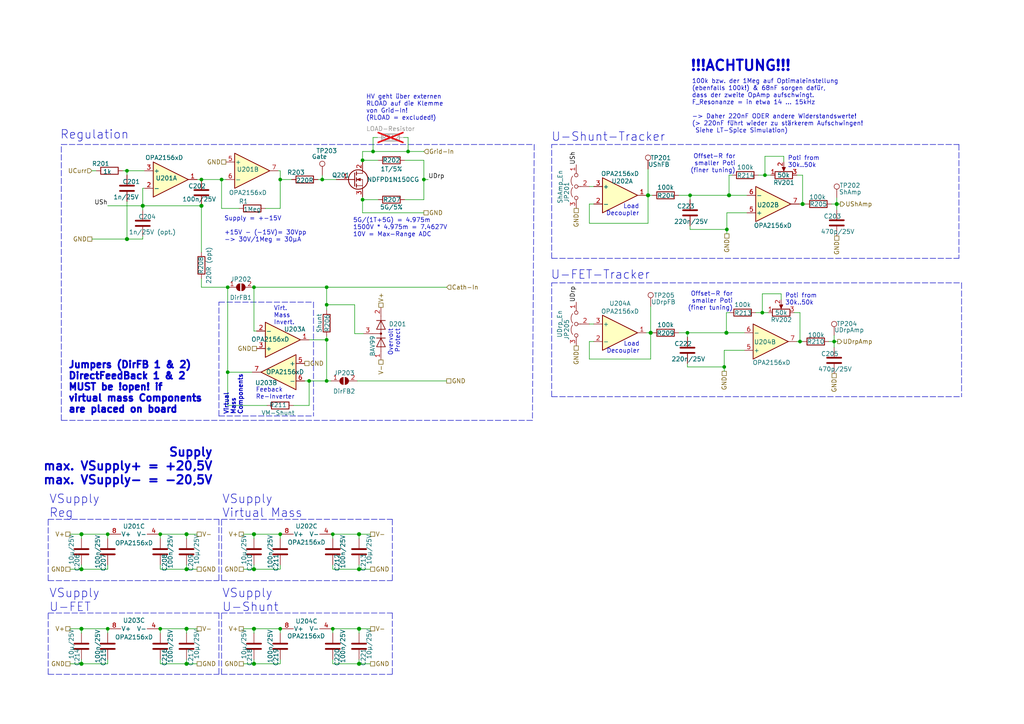
<source format=kicad_sch>
(kicad_sch (version 20230121) (generator eeschema)
  (paper "A4")
  (lib_symbols
    (symbol "Amplifier_Operational:OPA2156xD" (pin_names (offset 0.127))
      (property "Reference" "U" (at 2.54 6.35 0))
      (property "Value" "OPA2156xD" (at 2.54 3.81 0))
      (symbol "OPA2156xD_1_1"
        (polyline (pts (xy 5.08 0) (xy -5.08 5.08) (xy -5.08 -5.08) (xy 5.08 0)) (stroke (width 0.254)) (fill (type background)))
        (pin output line (at 7.62 0 180) (length 2.54) (name "~") (number "1"))
        (pin input line (at -7.62 -2.54 0) (length 2.54) (name "-") (number "2"))
        (pin input line (at -7.62 2.54 0) (length 2.54) (name "+") (number "3"))
      )
      (symbol "OPA2156xD_2_1"
        (polyline (pts (xy 5.08 0) (xy -5.08 5.08) (xy -5.08 -5.08) (xy 5.08 0)) (stroke (width 0.254)) (fill (type background)))
        (pin input line (at -7.62 2.54 0) (length 2.54) (name "+") (number "5"))
        (pin input line (at -7.62 -2.54 0) (length 2.54) (name "-") (number "6"))
        (pin output line (at 7.62 0 180) (length 2.54) (name "~") (number "7"))
      )
      (symbol "OPA2156xD_3_1"
        (pin power_in line (at 0 -7.62 90) (length 3.81) (name "V-") (number "4"))
        (pin power_in line (at 0 7.62 270) (length 3.81) (name "V+") (number "8"))
      )
    )
    (symbol "Connector:TestPoint" (pin_numbers hide) (pin_names (offset 0.762) hide)
      (property "Reference" "TP" (at 0 6.858 0))
      (property "Value" "TestPoint" (at 0 5.08 0))
      (symbol "TestPoint_0_1"
        (circle (center 0 3.302) (radius 0.762))
      )
      (symbol "TestPoint_1_1"
        (pin passive line (at 0 0 90) (length 2.54) (name "1") (number "1"))
      )
    )
    (symbol "Device:C" (pin_numbers hide) (pin_names (offset 0.254))
      (property "Reference" "C" (at 0.635 2.54 0))
      (property "Value" "C" (at 0.635 -2.54 0))
      (symbol "C_0_1"
        (polyline (pts (xy -2.032 -0.762) (xy 2.032 -0.762)) (stroke (width 0.508)))
        (polyline (pts (xy -2.032 0.762) (xy 2.032 0.762)) (stroke (width 0.508)))
      )
      (symbol "C_1_1"
        (pin passive line (at 0 3.81 270) (length 2.794) (name "~") (number "1"))
        (pin passive line (at 0 -3.81 90) (length 2.794) (name "~") (number "2"))
      )
    )
    (symbol "Device:R" (pin_numbers hide) (pin_names (offset 0))
      (property "Reference" "R" (at 2.032 0 90))
      (property "Value" "R" (at 0 0 90))
      (symbol "R_0_1"
        (rectangle (start -1.016 -2.54) (end 1.016 2.54) (stroke (width 0.254)))
      )
      (symbol "R_1_1"
        (pin passive line (at 0 3.81 270) (length 1.27) (name "~") (number "1"))
        (pin passive line (at 0 -3.81 90) (length 1.27) (name "~") (number "2"))
      )
    )
    (symbol "Device:R_Potentiometer" (pin_names (offset 1.016) hide)
      (property "Reference" "RV" (at -4.445 0 90))
      (property "Value" "R_Potentiometer" (at -2.54 0 90))
      (symbol "R_Potentiometer_0_1"
        (polyline (pts (xy 2.54 0) (xy 1.524 0)))
        (polyline (pts (xy 1.143 0) (xy 2.286 0.508) (xy 2.286 -0.508) (xy 1.143 0)) (fill (type outline)))
        (rectangle (start 1.016 2.54) (end -1.016 -2.54) (stroke (width 0.254)))
      )
      (symbol "R_Potentiometer_1_1"
        (pin passive line (at 0 3.81 270) (length 1.27) (name "1") (number "1"))
        (pin passive line (at 3.81 0 180) (length 1.27) (name "2") (number "2"))
        (pin passive line (at 0 -3.81 90) (length 1.27) (name "3") (number "3"))
      )
    )
    (symbol "Diode:BAV99" (pin_names hide)
      (property "Reference" "D" (at 0 5.08 0))
      (property "Value" "BAV99" (at 0 2.54 0))
      (symbol "BAV99_0_1"
        (polyline (pts (xy -5.08 0) (xy 5.08 0)))
      )
      (symbol "BAV99_1_1"
        (polyline (pts (xy 0 0) (xy 0 -2.54)))
        (polyline (pts (xy -1.27 -1.27) (xy -1.27 1.27) (xy -1.27 1.27)) (stroke (width 0.2032)))
        (polyline (pts (xy 3.81 1.27) (xy 3.81 -1.27) (xy 3.81 -1.27)) (stroke (width 0.2032)))
        (polyline (pts (xy -3.81 1.27) (xy -1.27 0) (xy -3.81 -1.27) (xy -3.81 1.27) (xy -3.81 1.27) (xy -3.81 1.27)) (stroke (width 0.2032)))
        (polyline (pts (xy 1.27 1.27) (xy 3.81 0) (xy 1.27 -1.27) (xy 1.27 1.27) (xy 1.27 1.27) (xy 1.27 1.27)) (stroke (width 0.2032)))
        (circle (center 0 0) (radius 0.254) (fill (type outline)))
        (pin passive line (at -7.62 0 0) (length 2.54) (name "K") (number "1"))
        (pin passive line (at 7.62 0 180) (length 2.54) (name "A") (number "2"))
        (pin passive line (at 0 -5.08 90) (length 2.54) (name "K") (number "3"))
      )
    )
    (symbol "Jumper:Jumper_3_Open" (pin_names (offset 0) hide)
      (property "Reference" "JP" (at -2.54 -2.54 0))
      (property "Value" "Jumper_3_Open" (at 0 2.794 0))
      (symbol "Jumper_3_Open_0_0"
        (circle (center -3.302 0) (radius 0.508))
        (circle (center 0 0) (radius 0.508))
        (circle (center 3.302 0) (radius 0.508))
      )
      (symbol "Jumper_3_Open_0_1"
        (arc (start -0.254 1.016) (mid -1.651 1.4992) (end -3.048 1.016))
        (polyline (pts (xy 0 -0.508) (xy 0 -1.27)))
        (arc (start 3.048 1.016) (mid 1.651 1.4992) (end 0.254 1.016))
      )
      (symbol "Jumper_3_Open_1_1"
        (pin passive line (at -6.35 0 0) (length 2.54) (name "A") (number "1"))
        (pin input line (at 0 -3.81 90) (length 2.54) (name "C") (number "2"))
        (pin passive line (at 6.35 0 180) (length 2.54) (name "B") (number "3"))
      )
    )
    (symbol "Jumper:SolderJumper_2_Open" (pin_names (offset 0) hide)
      (property "Reference" "JP" (at 0 2.032 0))
      (property "Value" "SolderJumper_2_Open" (at 0 -2.54 0))
      (symbol "SolderJumper_2_Open_0_1"
        (arc (start -0.254 1.016) (mid -1.2656 0) (end -0.254 -1.016))
        (arc (start -0.254 1.016) (mid -1.2656 0) (end -0.254 -1.016) (fill (type outline)))
        (polyline (pts (xy -0.254 1.016) (xy -0.254 -1.016)))
        (polyline (pts (xy 0.254 1.016) (xy 0.254 -1.016)))
        (arc (start 0.254 -1.016) (mid 1.2656 0) (end 0.254 1.016))
        (arc (start 0.254 -1.016) (mid 1.2656 0) (end 0.254 1.016) (fill (type outline)))
      )
      (symbol "SolderJumper_2_Open_1_1"
        (pin passive line (at -3.81 0 0) (length 2.54) (name "A") (number "1"))
        (pin passive line (at 3.81 0 180) (length 2.54) (name "B") (number "2"))
      )
    )
    (symbol "tinkerforge:MOSFET_N_CH" (pin_names (offset 0) hide)
      (property "Reference" "Q" (at 7.62 1.27 0))
      (property "Value" "MOSFET_N_CH" (at 17.78 -1.27 0))
      (symbol "MOSFET_N_CH_0_1"
        (polyline (pts (xy 0.762 -1.778) (xy 2.54 -1.778)))
        (polyline (pts (xy 0.762 -1.27) (xy 0.762 -2.286)) (stroke (width 0.254)))
        (polyline (pts (xy 0.762 0) (xy 2.54 0)))
        (polyline (pts (xy 0.762 0.508) (xy 0.762 -0.508)) (stroke (width 0.254)))
        (polyline (pts (xy 0.762 1.778) (xy 2.54 1.778)))
        (polyline (pts (xy 0.762 2.286) (xy 0.762 1.27)) (stroke (width 0.254)))
        (polyline (pts (xy 2.54 -1.778) (xy 2.54 -2.54)))
        (polyline (pts (xy 2.54 -1.778) (xy 2.54 0)))
        (polyline (pts (xy 2.54 2.54) (xy 2.54 1.778)))
        (polyline (pts (xy 0.254 1.905) (xy 0.254 -1.905) (xy 0.254 -1.905)) (stroke (width 0.254)))
        (polyline (pts (xy 0.889 0) (xy 1.905 0.381) (xy 1.905 -0.381) (xy 0.889 0)) (fill (type outline)))
        (circle (center 1.27 0) (radius 2.8194) (stroke (width 0.254)))
      )
      (symbol "MOSFET_N_CH_1_1"
        (pin input line (at -5.08 0 0) (length 5.334) (name "G") (number "1"))
        (pin passive line (at 2.54 5.08 270) (length 2.54) (name "D") (number "2"))
        (pin passive line (at 2.54 -5.08 90) (length 2.54) (name "S") (number "3"))
      )
    )
  )
  (junction (at 105.156 57.912))
  (junction (at 89.662 110.49))
  (junction (at 241.935 99.06))
  (junction (at 31.242 182.372))
  (junction (at 104.14 154.94) (diameter 1.016))
  (junction (at 31.242 154.94))
  (junction (at 210.82 66.548))
  (junction (at 104.14 165.1) (diameter 1.016))
  (junction (at 96.52 154.94))
  (junction (at 54.102 192.532) (diameter 1.016))
  (junction (at 94.742 110.49))
  (junction (at 188.722 96.52) (diameter 1.016))
  (junction (at 58.42 52.07))
  (junction (at 118.364 43.942))
  (junction (at 96.52 182.372))
  (junction (at 210.693 96.52) (diameter 1.016))
  (junction (at 23.622 192.532) (diameter 1.016))
  (junction (at 104.14 192.532) (diameter 1.016))
  (junction (at 242.697 59.182) (diameter 1.016))
  (junction (at 46.482 154.94))
  (junction (at 54.102 165.1) (diameter 1.016))
  (junction (at 66.04 107.95))
  (junction (at 66.04 83.312))
  (junction (at 64.262 52.07))
  (junction (at 199.39 96.52))
  (junction (at 105.156 46.482))
  (junction (at 73.66 83.312))
  (junction (at 221.107 90.678))
  (junction (at 210.058 106.426))
  (junction (at 81.28 52.07))
  (junction (at 122.936 52.07))
  (junction (at 23.622 165.1) (diameter 1.016))
  (junction (at 187.96 56.642) (diameter 1.016))
  (junction (at 54.102 154.94) (diameter 1.016))
  (junction (at 46.482 182.372))
  (junction (at 81.28 154.94))
  (junction (at 23.622 182.372) (diameter 1.016))
  (junction (at 73.66 192.532) (diameter 1.016))
  (junction (at 94.742 83.312))
  (junction (at 200.152 56.642))
  (junction (at 81.28 182.372))
  (junction (at 73.66 182.372) (diameter 1.016))
  (junction (at 232.029 99.06))
  (junction (at 211.455 56.642) (diameter 1.016))
  (junction (at 23.622 154.94) (diameter 1.016))
  (junction (at 73.66 154.94) (diameter 1.016))
  (junction (at 108.204 43.942))
  (junction (at 94.742 98.552))
  (junction (at 94.742 88.392))
  (junction (at 104.14 182.372) (diameter 1.016))
  (junction (at 93.472 52.07))
  (junction (at 54.102 182.372) (diameter 1.016))
  (junction (at 232.791 59.182) (diameter 1.016))
  (junction (at 36.83 69.342) (diameter 1.016))
  (junction (at 36.83 49.53))
  (junction (at 58.42 59.69) (diameter 1.016))
  (junction (at 73.66 165.1) (diameter 1.016))
  (junction (at 221.869 50.8))
  (junction (at 41.402 59.69) (diameter 1.016))
  (wire (pts (xy 41.402 69.342) (xy 36.83 69.342)))
  (wire (pts (xy 122.936 52.07) (xy 122.936 46.482)))
  (wire (pts (xy 36.83 69.342) (xy 26.67 69.342)))
  (wire (pts (xy 232.029 99.06) (xy 232.791 99.06)))
  (polyline (pts (xy 63.5 120.65) (xy 90.932 120.65)) (stroke (width 0) (type dash)))
  (wire (pts (xy 105.41 96.774) (xy 102.87 96.774)))
  (wire (pts (xy 89.662 110.49) (xy 94.742 110.49)))
  (wire (pts (xy 200.152 66.548) (xy 200.152 65.532)))
  (polyline (pts (xy 13.97 177.8) (xy 63.5 177.8)) (stroke (width 0) (type dash)))
  (wire (pts (xy 104.14 156.21) (xy 104.14 154.94)))
  (wire (pts (xy 36.83 49.53) (xy 36.83 50.8)))
  (wire (pts (xy 54.102 182.372) (xy 46.482 182.372)))
  (polyline (pts (xy 63.5 150.622) (xy 63.5 168.402)) (stroke (width 0) (type dash)))
  (wire (pts (xy 211.455 50.8) (xy 212.344 50.8)))
  (wire (pts (xy 172.212 99.06) (xy 170.942 99.06)))
  (wire (pts (xy 210.693 90.678) (xy 210.693 96.52)))
  (wire (pts (xy 232.791 59.182) (xy 231.902 59.182)))
  (wire (pts (xy 104.14 191.262) (xy 104.14 192.532)))
  (wire (pts (xy 54.102 192.532) (xy 46.482 192.532)))
  (wire (pts (xy 41.402 60.96) (xy 41.402 59.69)))
  (wire (pts (xy 221.107 90.678) (xy 222.758 90.678)))
  (wire (pts (xy 172.212 93.98) (xy 170.942 93.98)))
  (wire (pts (xy 105.156 57.912) (xy 109.728 57.912)))
  (polyline (pts (xy 13.97 168.402) (xy 13.97 150.622)) (stroke (width 0) (type dash)))
  (wire (pts (xy 93.472 52.07) (xy 97.536 52.07)))
  (wire (pts (xy 187.452 96.52) (xy 188.722 96.52)))
  (wire (pts (xy 94.742 98.552) (xy 94.742 110.49)))
  (wire (pts (xy 105.156 57.912) (xy 105.156 57.15)))
  (wire (pts (xy 210.058 106.426) (xy 210.058 101.6)))
  (wire (pts (xy 80.772 49.53) (xy 81.28 49.53)))
  (wire (pts (xy 73.66 192.532) (xy 81.28 192.532)))
  (wire (pts (xy 54.102 191.262) (xy 54.102 192.532)))
  (wire (pts (xy 41.402 59.69) (xy 41.402 54.61)))
  (wire (pts (xy 94.742 110.49) (xy 96.012 110.49)))
  (wire (pts (xy 108.204 43.942) (xy 108.204 39.878)))
  (polyline (pts (xy 90.932 87.63) (xy 90.932 120.65)) (stroke (width 0) (type dash)))
  (polyline (pts (xy 63.5 120.65) (xy 63.5 87.63)) (stroke (width 0) (type dash)))
  (wire (pts (xy 94.742 97.536) (xy 94.742 98.552)))
  (wire (pts (xy 57.15 165.1) (xy 54.102 165.1)))
  (polyline (pts (xy 64.262 168.402) (xy 113.792 168.402)) (stroke (width 0) (type dash)))
  (wire (pts (xy 226.568 86.868) (xy 226.568 85.217)))
  (polyline (pts (xy 63.5 87.63) (xy 90.932 87.63)) (stroke (width 0) (type dash)))
  (wire (pts (xy 81.28 52.07) (xy 81.28 49.53)))
  (wire (pts (xy 211.455 56.642) (xy 216.662 56.642)))
  (wire (pts (xy 20.32 165.1) (xy 23.622 165.1)))
  (wire (pts (xy 73.66 183.642) (xy 73.66 182.372)))
  (wire (pts (xy 221.869 45.339) (xy 221.869 50.8)))
  (wire (pts (xy 89.662 98.552) (xy 94.742 98.552)))
  (wire (pts (xy 73.66 191.262) (xy 73.66 192.532)))
  (wire (pts (xy 73.66 165.1) (xy 81.28 165.1)))
  (wire (pts (xy 104.14 165.1) (xy 96.52 165.1)))
  (wire (pts (xy 117.348 57.912) (xy 122.936 57.912)))
  (polyline (pts (xy 113.792 177.8) (xy 113.792 195.58)) (stroke (width 0) (type dash)))
  (wire (pts (xy 210.058 107.696) (xy 210.058 106.426)))
  (wire (pts (xy 241.935 99.06) (xy 242.951 99.06)))
  (wire (pts (xy 54.102 156.21) (xy 54.102 154.94)))
  (wire (pts (xy 31.242 59.69) (xy 41.402 59.69)))
  (wire (pts (xy 73.66 83.312) (xy 94.742 83.312)))
  (wire (pts (xy 81.28 60.452) (xy 81.28 52.07)))
  (wire (pts (xy 210.82 61.722) (xy 216.662 61.722)))
  (wire (pts (xy 88.392 110.49) (xy 89.662 110.49)))
  (wire (pts (xy 231.14 99.06) (xy 232.029 99.06)))
  (polyline (pts (xy 17.78 121.92) (xy 17.78 41.91)) (stroke (width 0) (type dash)))
  (wire (pts (xy 187.96 56.642) (xy 189.23 56.642)))
  (wire (pts (xy 102.87 88.392) (xy 94.742 88.392)))
  (polyline (pts (xy 113.792 150.622) (xy 113.792 168.402)) (stroke (width 0) (type dash)))
  (wire (pts (xy 210.058 106.426) (xy 199.39 106.426)))
  (polyline (pts (xy 160.02 115.062) (xy 160.02 82.042)) (stroke (width 0) (type dash)))
  (wire (pts (xy 104.14 182.372) (xy 96.52 182.372)))
  (wire (pts (xy 66.04 117.602) (xy 77.47 117.602)))
  (wire (pts (xy 66.04 83.312) (xy 66.04 107.95)))
  (wire (pts (xy 81.28 52.07) (xy 84.582 52.07)))
  (polyline (pts (xy 64.262 195.58) (xy 64.262 177.8)) (stroke (width 0) (type dash)))
  (wire (pts (xy 23.622 192.532) (xy 31.242 192.532)))
  (wire (pts (xy 221.869 50.8) (xy 223.52 50.8)))
  (wire (pts (xy 232.791 59.182) (xy 233.553 59.182)))
  (wire (pts (xy 230.378 90.678) (xy 232.029 90.678)))
  (wire (pts (xy 41.402 68.58) (xy 41.402 69.342)))
  (wire (pts (xy 31.242 165.1) (xy 31.242 163.83)))
  (wire (pts (xy 58.42 83.312) (xy 66.04 83.312)))
  (wire (pts (xy 105.156 57.912) (xy 105.156 61.722)))
  (wire (pts (xy 104.14 163.83) (xy 104.14 165.1)))
  (wire (pts (xy 226.568 85.217) (xy 221.107 85.217)))
  (wire (pts (xy 211.455 50.8) (xy 211.455 56.642)))
  (wire (pts (xy 70.612 192.532) (xy 73.66 192.532)))
  (wire (pts (xy 196.85 96.52) (xy 199.39 96.52)))
  (wire (pts (xy 227.33 45.339) (xy 221.869 45.339)))
  (wire (pts (xy 210.82 66.548) (xy 210.82 61.722)))
  (wire (pts (xy 41.402 59.69) (xy 58.42 59.69)))
  (wire (pts (xy 242.697 59.182) (xy 242.697 60.833)))
  (wire (pts (xy 70.612 154.94) (xy 73.66 154.94)))
  (wire (pts (xy 94.742 83.312) (xy 129.54 83.312)))
  (polyline (pts (xy 64.262 177.8) (xy 113.792 177.8)) (stroke (width 0) (type dash)))
  (wire (pts (xy 221.107 85.217) (xy 221.107 90.678)))
  (wire (pts (xy 196.85 56.642) (xy 200.152 56.642)))
  (wire (pts (xy 172.212 54.102) (xy 170.942 54.102)))
  (wire (pts (xy 107.442 192.532) (xy 104.14 192.532)))
  (wire (pts (xy 23.622 165.1) (xy 31.242 165.1)))
  (wire (pts (xy 102.87 96.774) (xy 102.87 88.392)))
  (wire (pts (xy 89.662 117.602) (xy 89.662 110.49)))
  (wire (pts (xy 242.697 59.182) (xy 243.713 59.182)))
  (polyline (pts (xy 17.78 41.91) (xy 154.94 41.91)) (stroke (width 0) (type dash)))
  (polyline (pts (xy 13.97 195.58) (xy 13.97 177.8)) (stroke (width 0) (type dash)))
  (wire (pts (xy 93.472 50.8) (xy 93.472 52.07)))
  (wire (pts (xy 219.202 90.678) (xy 221.107 90.678)))
  (wire (pts (xy 66.04 107.95) (xy 66.04 117.602)))
  (wire (pts (xy 170.942 99.06) (xy 170.942 104.14)))
  (polyline (pts (xy 154.94 41.91) (xy 154.432 121.92)) (stroke (width 0) (type dash)))
  (polyline (pts (xy 13.97 150.622) (xy 63.5 150.622)) (stroke (width 0) (type dash)))
  (wire (pts (xy 64.262 52.07) (xy 65.532 52.07)))
  (wire (pts (xy 210.693 96.52) (xy 215.9 96.52)))
  (wire (pts (xy 73.66 83.312) (xy 73.66 96.012)))
  (wire (pts (xy 210.058 101.6) (xy 215.9 101.6)))
  (wire (pts (xy 46.482 192.532) (xy 46.482 191.262)))
  (wire (pts (xy 105.156 46.482) (xy 105.156 46.99)))
  (wire (pts (xy 23.622 156.21) (xy 23.622 154.94)))
  (wire (pts (xy 36.83 49.53) (xy 41.91 49.53)))
  (polyline (pts (xy 160.02 41.91) (xy 278.13 41.91)) (stroke (width 0) (type dash)))
  (wire (pts (xy 54.102 163.83) (xy 54.102 165.1)))
  (wire (pts (xy 31.242 183.642) (xy 31.242 182.372)))
  (wire (pts (xy 199.39 105.41) (xy 199.39 106.426)))
  (wire (pts (xy 108.204 39.878) (xy 109.474 39.878)))
  (polyline (pts (xy 64.262 195.58) (xy 113.792 195.58)) (stroke (width 0) (type dash)))
  (polyline (pts (xy 278.13 41.91) (xy 278.13 74.93)) (stroke (width 0) (type dash)))
  (wire (pts (xy 81.28 192.532) (xy 81.28 191.262)))
  (wire (pts (xy 227.33 46.99) (xy 227.33 45.339)))
  (wire (pts (xy 232.791 50.8) (xy 232.791 59.182)))
  (wire (pts (xy 210.82 67.818) (xy 210.82 66.548)))
  (wire (pts (xy 232.029 90.678) (xy 232.029 99.06)))
  (wire (pts (xy 66.04 107.95) (xy 73.152 107.95)))
  (wire (pts (xy 107.442 154.94) (xy 104.14 154.94)))
  (wire (pts (xy 200.152 56.642) (xy 200.152 57.912)))
  (wire (pts (xy 23.622 191.262) (xy 23.622 192.532)))
  (wire (pts (xy 188.722 104.14) (xy 188.722 96.52)))
  (wire (pts (xy 188.722 88.9) (xy 188.722 96.52)))
  (wire (pts (xy 241.935 99.06) (xy 241.935 100.711)))
  (wire (pts (xy 26.67 49.53) (xy 27.94 49.53)))
  (wire (pts (xy 105.156 46.482) (xy 105.156 43.942)))
  (wire (pts (xy 31.242 192.532) (xy 31.242 191.262)))
  (wire (pts (xy 108.204 43.942) (xy 118.364 43.942)))
  (polyline (pts (xy 154.432 121.92) (xy 17.78 121.92)) (stroke (width 0) (type dash)))
  (wire (pts (xy 70.612 182.372) (xy 73.66 182.372)))
  (wire (pts (xy 118.364 39.878) (xy 118.364 43.942)))
  (wire (pts (xy 73.66 154.94) (xy 81.28 154.94)))
  (wire (pts (xy 64.262 52.07) (xy 64.262 60.452)))
  (wire (pts (xy 85.09 117.602) (xy 89.662 117.602)))
  (wire (pts (xy 73.66 156.21) (xy 73.66 154.94)))
  (wire (pts (xy 57.15 182.372) (xy 54.102 182.372)))
  (wire (pts (xy 122.936 46.482) (xy 117.348 46.482)))
  (wire (pts (xy 73.66 163.83) (xy 73.66 165.1)))
  (polyline (pts (xy 160.02 115.062) (xy 278.892 115.062)) (stroke (width 0) (type dash)))
  (wire (pts (xy 94.742 88.392) (xy 94.742 89.916)))
  (wire (pts (xy 187.96 49.022) (xy 187.96 56.642)))
  (wire (pts (xy 170.942 104.14) (xy 188.722 104.14)))
  (wire (pts (xy 54.102 183.642) (xy 54.102 182.372)))
  (wire (pts (xy 241.173 59.182) (xy 242.697 59.182)))
  (polyline (pts (xy 160.02 82.042) (xy 278.892 82.042)) (stroke (width 0) (type dash)))
  (wire (pts (xy 104.14 154.94) (xy 96.52 154.94)))
  (wire (pts (xy 23.622 183.642) (xy 23.622 182.372)))
  (wire (pts (xy 23.622 154.94) (xy 31.242 154.94)))
  (wire (pts (xy 81.28 165.1) (xy 81.28 163.83)))
  (polyline (pts (xy 160.02 74.93) (xy 160.02 41.91)) (stroke (width 0) (type dash)))
  (wire (pts (xy 219.964 50.8) (xy 221.869 50.8)))
  (wire (pts (xy 20.32 182.372) (xy 23.622 182.372)))
  (wire (pts (xy 81.28 183.642) (xy 81.28 182.372)))
  (wire (pts (xy 64.262 60.452) (xy 69.342 60.452)))
  (wire (pts (xy 23.622 163.83) (xy 23.622 165.1)))
  (wire (pts (xy 31.242 156.21) (xy 31.242 154.94)))
  (polyline (pts (xy 64.262 168.402) (xy 64.262 150.622)) (stroke (width 0) (type dash)))
  (wire (pts (xy 74.422 96.012) (xy 73.66 96.012)))
  (wire (pts (xy 105.156 46.482) (xy 109.728 46.482)))
  (wire (pts (xy 23.622 182.372) (xy 31.242 182.372)))
  (wire (pts (xy 46.482 183.642) (xy 46.482 182.372)))
  (wire (pts (xy 199.39 96.52) (xy 199.39 97.79)))
  (wire (pts (xy 54.102 154.94) (xy 46.482 154.94)))
  (wire (pts (xy 81.28 156.21) (xy 81.28 154.94)))
  (wire (pts (xy 73.66 182.372) (xy 81.28 182.372)))
  (wire (pts (xy 105.156 61.722) (xy 122.936 61.722)))
  (polyline (pts (xy 63.5 177.8) (xy 63.5 195.58)) (stroke (width 0) (type dash)))
  (wire (pts (xy 104.14 183.642) (xy 104.14 182.372)))
  (wire (pts (xy 96.52 156.21) (xy 96.52 154.94)))
  (wire (pts (xy 76.962 60.452) (xy 81.28 60.452)))
  (wire (pts (xy 187.452 56.642) (xy 187.96 56.642)))
  (wire (pts (xy 210.82 66.548) (xy 200.152 66.548)))
  (wire (pts (xy 170.942 64.77) (xy 187.96 64.77)))
  (polyline (pts (xy 160.02 74.93) (xy 278.13 74.93)) (stroke (width 0) (type dash)))
  (wire (pts (xy 46.482 165.1) (xy 46.482 163.83)))
  (wire (pts (xy 96.52 192.532) (xy 96.52 191.262)))
  (wire (pts (xy 58.42 73.152) (xy 58.42 59.69)))
  (wire (pts (xy 58.42 80.772) (xy 58.42 83.312)))
  (wire (pts (xy 210.693 90.678) (xy 211.582 90.678)))
  (wire (pts (xy 46.482 156.21) (xy 46.482 154.94)))
  (polyline (pts (xy 13.97 195.58) (xy 63.5 195.58)) (stroke (width 0) (type dash)))
  (wire (pts (xy 57.15 192.532) (xy 54.102 192.532)))
  (wire (pts (xy 122.936 52.07) (xy 122.936 57.912)))
  (wire (pts (xy 94.742 83.312) (xy 94.742 88.392)))
  (wire (pts (xy 117.094 39.878) (xy 118.364 39.878)))
  (wire (pts (xy 41.402 54.61) (xy 41.91 54.61)))
  (wire (pts (xy 57.15 52.07) (xy 58.42 52.07)))
  (wire (pts (xy 231.14 50.8) (xy 232.791 50.8)))
  (wire (pts (xy 172.212 59.182) (xy 170.942 59.182)))
  (wire (pts (xy 107.442 165.1) (xy 104.14 165.1)))
  (wire (pts (xy 199.39 96.52) (xy 210.693 96.52)))
  (wire (pts (xy 188.722 96.52) (xy 189.23 96.52)))
  (wire (pts (xy 20.32 154.94) (xy 23.622 154.94)))
  (wire (pts (xy 242.697 57.404) (xy 242.697 59.182)))
  (wire (pts (xy 105.156 43.942) (xy 108.204 43.942)))
  (wire (pts (xy 35.56 49.53) (xy 36.83 49.53)))
  (polyline (pts (xy 278.892 82.042) (xy 278.892 115.062)) (stroke (width 0) (type dash)))
  (wire (pts (xy 187.96 64.77) (xy 187.96 56.642)))
  (wire (pts (xy 107.442 182.372) (xy 104.14 182.372)))
  (wire (pts (xy 124.206 52.07) (xy 122.936 52.07)))
  (polyline (pts (xy 13.97 168.402) (xy 63.5 168.402)) (stroke (width 0) (type dash)))
  (wire (pts (xy 96.52 183.642) (xy 96.52 182.372)))
  (wire (pts (xy 118.364 43.942) (xy 122.936 43.942)))
  (wire (pts (xy 170.942 59.182) (xy 170.942 64.77)))
  (wire (pts (xy 54.102 165.1) (xy 46.482 165.1)))
  (wire (pts (xy 70.612 165.1) (xy 73.66 165.1)))
  (wire (pts (xy 241.935 97.282) (xy 241.935 99.06)))
  (wire (pts (xy 103.632 110.49) (xy 129.54 110.49)))
  (wire (pts (xy 20.32 192.532) (xy 23.622 192.532)))
  (wire (pts (xy 58.42 52.07) (xy 64.262 52.07)))
  (wire (pts (xy 96.52 165.1) (xy 96.52 163.83)))
  (wire (pts (xy 200.152 56.642) (xy 211.455 56.642)))
  (polyline (pts (xy 64.262 150.622) (xy 113.792 150.622)) (stroke (width 0) (type dash)))
  (wire (pts (xy 36.83 58.42) (xy 36.83 69.342)))
  (wire (pts (xy 57.15 154.94) (xy 54.102 154.94)))
  (wire (pts (xy 92.202 52.07) (xy 93.472 52.07)))
  (wire (pts (xy 240.411 99.06) (xy 241.935 99.06)))
  (wire (pts (xy 104.14 192.532) (xy 96.52 192.532)))
  (text "Feeback\nRe-Inverter" (at 74.168 115.951 0) (effects (font (size 1.27 1.27)) (justify left bottom)))
  (text "Load\nDecoupler" (at 185.547 102.616 0) (effects (font (size 1.27 1.27)) (justify right bottom)))
  (text "Virtual\nMass\nComponents" (at 70.485 120.396 90) (effects (font (size 1.27 1.27) (thickness 0.254) bold) (justify left bottom)))
  (text "Offset-R for\nsmaller Poti\n(finer tuning)" (at 213.36 50.292 0) (effects (font (size 1.27 1.27)) (justify right bottom)))
  (text "Offset-R for\nsmaller Poti\n(finer tuning)" (at 212.598 90.17 0) (effects (font (size 1.27 1.27)) (justify right bottom)))
  (text "HV geht über externen\nRLOAD auf die Klemme\nvon Grid-In!\n(RLOAD = excluded!)" (at 106.172 35.052 0) (effects (font (size 1.27 1.27)) (justify left bottom)))
  (text "VSupply\nU-Shunt" (at 64.389 177.673 0) (effects (font (size 2.5 2.5)) (justify left bottom)))
  (text "VSupply\nVirtual Mass" (at 64.389 150.368 0) (effects (font (size 2.5 2.5)) (justify left bottom)))
  (text "U-Shunt-Tracker" (at 193.04 41.275 0) (effects (font (size 2.5 2.5)) (justify right bottom)))
  (text "Load\nDecoupler" (at 185.42 62.738 0) (effects (font (size 1.27 1.27)) (justify right bottom)))
  (text "VSupply\nU-FET" (at 14.224 177.673 0) (effects (font (size 2.5 2.5)) (justify left bottom)))
  (text "Overvolt\nProtect" (at 116.078 95.377 90) (effects (font (size 1.27 1.27)) (justify right bottom)))
  (text "Poti from\n30k..50k" (at 227.711 88.646 0) (effects (font (size 1.27 1.27)) (justify left bottom)))
  (text "Supply = +-15V\n\n+15V - (-15V)= 30Vpp\n-> 30V/1Meg = 30µA\n" (at 65.024 70.358 0) (effects (font (size 1.27 1.27)) (justify left bottom)))
  (text "5G/(1T+5G) = 4.975m\n1500V * 4.975m = 7.4627V\n10V = Max-Range ADC" (at 102.362 68.834 0) (effects (font (size 1.27 1.27)) (justify left bottom)))
  (text "VSupply\nReg" (at 14.224 150.368 0) (effects (font (size 2.5 2.5)) (justify left bottom)))
  (text "Supply\nmax. VSupply+ = +20,5V\nmax. VSupply- = -20,5V" (at 61.849 140.843 0) (effects (font (size 2.5 2.5) (thickness 0.5) bold) (justify right bottom)))
  (text "U-FET-Tracker" (at 188.595 81.28 0) (effects (font (size 2.5 2.5)) (justify right bottom)))
  (text "100k bzw. der 1Meg auf Optimaleinstellung\n(ebenfalls 100k!) & 68nF sorgen dafür,\ndass der zweite OpAmp aufschwingt.\nF_Resonanze = in etwa 14 ... 15kHz\n\n-> Daher 220nF ODER andere Widerstandswerte!\n(> 220nF führt wieder zu stärkerem Aufschwingen!\n Siehe LT-Spice Simulation)" (at 200.66 38.735 0) (effects (font (size 1.27 1.27)) (justify left bottom)))
  (text "Regulation" (at 37.465 40.64 0) (effects (font (size 2.5 2.5)) (justify right bottom)))
  (text "!!!ACHTUNG!!!" (at 200.025 20.955 0) (effects (font (size 3 3) (thickness 0.6) bold) (justify left bottom)))
  (text "Poti from\n30k..50k" (at 228.473 48.768 0) (effects (font (size 1.27 1.27)) (justify left bottom)))
  (text "Jumpers (DirFB 1 & 2)\nDirectFeedBack 1 & 2\nMUST be !open! if \nvirtual mass Components\nare placed on board" (at 19.685 120.015 0) (effects (font (size 2 2) (thickness 0.5) bold) (justify left bottom)))
  (text "Virt.\nMass\nInvert." (at 79.375 94.361 0) (effects (font (size 1.27 1.27)) (justify left bottom)))
  (label "USh" (at 167.132 47.752 90))
  (label "UDrp" (at 124.206 52.07 0))
  (label "USh" (at 31.242 59.69 180))
  (label "UDrp" (at 167.132 87.63 90))
  (hierarchical_label "Grid-In" (shape input) (at 122.936 43.942 0))
  (hierarchical_label "GND" (shape passive) (at 70.612 165.1 180))
  (hierarchical_label "V-" (shape passive) (at 107.442 154.94 0))
  (hierarchical_label "GND" (shape passive) (at 65.532 46.99 180))
  (hierarchical_label "UCurr" (shape input) (at 26.67 49.53 180))
  (hierarchical_label "Cath-In" (shape input) (at 129.54 83.312 0))
  (hierarchical_label "GND" (shape passive) (at 107.442 165.1 0))
  (hierarchical_label "UShAmp" (shape output) (at 243.713 59.182 0))
  (hierarchical_label "V-" (shape passive) (at 110.49 104.394 270))
  (hierarchical_label "V+" (shape passive) (at 20.32 154.94 180))
  (hierarchical_label "GND" (shape passive) (at 107.442 192.532 0))
  (hierarchical_label "GND" (shape passive) (at 20.32 165.1 180))
  (hierarchical_label "GND" (shape passive) (at 20.32 192.532 180))
  (hierarchical_label "V-" (shape passive) (at 107.442 182.372 0))
  (hierarchical_label "GND" (shape passive) (at 167.132 100.33 270))
  (hierarchical_label "V+" (shape passive) (at 70.612 182.372 180))
  (hierarchical_label "V+" (shape passive) (at 20.32 182.372 180))
  (hierarchical_label "GND" (shape passive) (at 167.132 60.452 270))
  (hierarchical_label "GND" (shape passive) (at 88.392 105.41 0))
  (hierarchical_label "GND" (shape passive) (at 210.058 107.696 270))
  (hierarchical_label "GND" (shape passive) (at 210.82 67.818 270))
  (hierarchical_label "GND" (shape passive) (at 57.15 165.1 0))
  (hierarchical_label "V+" (shape passive) (at 70.612 154.94 180))
  (hierarchical_label "GND" (shape passive) (at 70.612 192.532 180))
  (hierarchical_label "V-" (shape passive) (at 57.15 182.372 0))
  (hierarchical_label "V+" (shape passive) (at 110.49 89.154 90))
  (hierarchical_label "GND" (shape passive) (at 241.935 108.331 270))
  (hierarchical_label "V-" (shape passive) (at 57.15 154.94 0))
  (hierarchical_label "UDrpAmp" (shape output) (at 242.951 99.06 0))
  (hierarchical_label "GND" (shape passive) (at 57.15 192.532 0))
  (hierarchical_label "GND" (shape passive) (at 74.422 101.092 180))
  (hierarchical_label "GND" (shape passive) (at 122.936 61.722 0))
  (hierarchical_label "GND" (shape passive) (at 242.697 68.453 270))
  (hierarchical_label "GND" (shape passive) (at 26.67 69.342 180))
  (hierarchical_label "GND" (shape passive) (at 129.54 110.49 0))
  (symbol (lib_id "Device:R") (at 31.75 49.53 90) (unit 1)
    (property "Reference" "R201" (at 29.21 47.4788 90))
    (property "Value" "1k" (at 31.115 49.778 90))
    (property "Footprint" "Resistor_SMD:R_0603_1608Metric" (effects hide))
  )
  (symbol (lib_id "Connector:TestPoint") (at 187.96 49.022 0) (unit 1)
    (property "Reference" "TP201" (at 188.5951 45.7846 0) (effects (justify left)))
    (property "Value" "UShFB" (at 187.9601 47.7023 0) (effects (justify left)))
    (property "Footprint" "TestPoint:TestPoint_Pad_D1.5mm" (effects hide))
  )
  (symbol (lib_id "Device:C") (at 46.482 187.452 180) (unit 1)
    (property "Reference" "C216" (at 47.7328 190.627 90))
    (property "Value" "100n/25V" (at 49.396 187.452 90))
    (property "Footprint" "Capacitor_SMD:C_0603_1608Metric" (effects hide))
  )
  (symbol (lib_id "Device:C") (at 73.66 187.452 0) (mirror x) (unit 1)
    (property "Reference" "C218" (at 72.4092 190.627 90))
    (property "Value" "10µ/25V" (at 70.746 186.817 90))
    (property "Footprint" "Capacitor_SMD:C_0805_2012Metric" (effects hide))
  )
  (symbol (lib_id "Connector:TestPoint") (at 188.722 88.9 0) (unit 1)
    (property "Reference" "TP205" (at 189.6111 85.6626 0) (effects (justify left)))
    (property "Value" "UDrpFB" (at 188.8491 87.5803 0) (effects (justify left)))
    (property "Footprint" "TestPoint:TestPoint_Pad_D1.5mm" (effects hide))
  )
  (symbol (lib_id "Amplifier_Operational:OPA2156xD") (at 82.042 98.552 0) (mirror x) (unit 1)
    (property "Reference" "U203" (at 88.6265 95.5039 0) (effects (justify right)))
    (property "Value" "OPA2156xD" (at 83.9086 98.4249 0) (effects (justify right)))
    (property "Footprint" "Package_SO:SOIC-8_3.9x4.9mm_P1.27mm" (effects hide))
    (property "Datasheet" "https://www.ti.com/lit/ds/symlink/opa2156.pdf" (effects hide))
  )
  (symbol (lib_id "Device:C") (at 46.482 160.02 180) (unit 1)
    (property "Reference" "C208" (at 47.7328 163.195 90))
    (property "Value" "100n/25V" (at 49.396 160.02 90))
    (property "Footprint" "Capacitor_SMD:C_0603_1608Metric" (effects hide))
  )
  (symbol (lib_id "Amplifier_Operational:OPA2156xD") (at 224.282 59.182 0) (mirror x) (unit 2)
    (property "Reference" "U202" (at 222.758 59.436 0))
    (property "Value" "OPA2156xD" (at 224.155 65.405 0))
    (property "Footprint" "Package_SO:SOIC-8_3.9x4.9mm_P1.27mm" (effects hide))
    (property "Datasheet" "https://www.ti.com/lit/ds/symlink/opa2156.pdf" (effects hide))
  )
  (symbol (lib_id "Device:C") (at 31.242 160.02 0) (mirror x) (unit 1)
    (property "Reference" "C207" (at 29.9912 163.195 90))
    (property "Value" "100n/25V" (at 28.328 160.02 90))
    (property "Footprint" "Capacitor_SMD:C_0603_1608Metric" (effects hide))
  )
  (symbol (lib_id "Connector:TestPoint") (at 93.472 50.8 0) (unit 1)
    (property "Reference" "TP203" (at 91.6941 43.7526 0) (effects (justify left)))
    (property "Value" "Gate" (at 90.4241 45.4163 0) (effects (justify left)))
    (property "Footprint" "TestPoint:TestPoint_Pad_D1.5mm" (effects hide))
  )
  (symbol (lib_id "Device:R") (at 113.538 46.482 270) (unit 1)
    (property "Reference" "R202" (at 113.538 46.482 90))
    (property "Value" "1T/5%" (at 113.538 49.022 90))
    (property "Footprint" "Resistor_THT:R_Axial_Power_L25.0mm_W6.4mm_P27.94mm" (effects hide))
  )
  (symbol (lib_id "Amplifier_Operational:OPA2156xD") (at 38.862 154.94 90) (unit 3)
    (property "Reference" "U201" (at 38.862 152.6475 90))
    (property "Value" "OPA2156xD" (at 38.862 157.4862 90))
    (property "Footprint" "Package_SO:SOIC-8_3.9x4.9mm_P1.27mm" (effects hide))
    (property "Datasheet" "https://www.ti.com/lit/ds/symlink/opa2156.pdf" (effects hide))
  )
  (symbol (lib_id "Device:C") (at 23.622 160.02 0) (mirror x) (unit 1)
    (property "Reference" "C206" (at 22.3712 163.195 90))
    (property "Value" "10µ/25V" (at 20.708 159.385 90))
    (property "Footprint" "Capacitor_SMD:C_0805_2012Metric" (effects hide))
  )
  (symbol (lib_id "Jumper:Jumper_3_Open") (at 167.132 54.102 90) (mirror x) (unit 1)
    (property "Reference" "JP201" (at 164.3633 52.7061 0) (effects (justify left)))
    (property "Value" "ShAmp_En" (at 162.4583 49.2898 0) (effects (justify left)))
    (property "Footprint" "CustomPinHeader:PinHeader_1x03_P2.54mm_Vertical" (effects hide))
  )
  (symbol (lib_id "Device:C") (at 73.66 160.02 0) (mirror x) (unit 1)
    (property "Reference" "C210" (at 72.4092 163.195 90))
    (property "Value" "10µ/25V" (at 70.746 159.385 90))
    (property "Footprint" "Capacitor_SMD:C_0805_2012Metric" (effects hide))
  )
  (symbol (lib_id "Device:R") (at 236.601 99.06 270) (unit 1)
    (property "Reference" "R210" (at 236.601 99.0792 90))
    (property "Value" "100k" (at 236.728 97.155 90))
    (property "Footprint" "Resistor_SMD:R_0603_1608Metric" (effects hide))
  )
  (symbol (lib_id "Amplifier_Operational:OPA2156xD") (at 88.9 182.372 90) (mirror x) (unit 3)
    (property "Reference" "U204" (at 88.9 180.1834 90))
    (property "Value" "OPA2156xD" (at 88.773 184.4825 90))
    (property "Footprint" "Package_SO:SOIC-8_3.9x4.9mm_P1.27mm" (effects hide))
    (property "Datasheet" "https://www.ti.com/lit/ds/symlink/opa2156.pdf" (effects hide))
  )
  (symbol (lib_id "Device:R") (at 94.742 93.726 0) (unit 1)
    (property "Reference" "R206" (at 94.8882 93.726 90))
    (property "Value" "Shunt" (at 92.589 93.726 90))
    (property "Footprint" "Resistor_THT:R_Axial_DIN0204_L3.6mm_D1.6mm_P2.54mm_Vertical" (effects hide))
  )
  (symbol (lib_id "Amplifier_Operational:OPA2156xD") (at 73.152 49.53 0) (unit 2)
    (property "Reference" "U201" (at 71.882 49.1298 0))
    (property "Value" "OPA2156xD" (at 71.882 55.88 0))
    (property "Footprint" "Package_SO:SOIC-8_3.9x4.9mm_P1.27mm" (effects hide))
    (property "Datasheet" "https://www.ti.com/lit/ds/symlink/opa2156.pdf" (effects hide))
  )
  (symbol (lib_id "Device:C") (at 81.28 187.452 0) (mirror x) (unit 1)
    (property "Reference" "C219" (at 80.0292 190.627 90))
    (property "Value" "100n/25V" (at 78.366 187.452 90))
    (property "Footprint" "Capacitor_SMD:C_0603_1608Metric" (effects hide))
  )
  (symbol (lib_id "Device:R_Potentiometer") (at 226.568 90.678 90) (unit 1)
    (property "Reference" "RV202" (at 223.52 92.7354 90) (effects (justify right)))
    (property "Value" "50k" (at 224.7392 90.678 90) (effects (justify right)))
    (property "Footprint" "Potentiometer_THT:Potentiometer_Bourns_3296Y_Vertical" (effects hide))
  )
  (symbol (lib_id "Device:C") (at 41.402 64.77 0) (mirror x) (unit 1)
    (property "Reference" "C204" (at 42.6912 62.865 0))
    (property "Value" "1n/25V (opt.)" (at 44.203 67.31 0))
    (property "Footprint" "Capacitor_SMD:C_0603_1608Metric" (effects hide))
  )
  (symbol (lib_id "Device:C") (at 200.152 61.722 0) (mirror x) (unit 1)
    (property "Reference" "C223" (at 198.9012 59.817 0))
    (property "Value" "220n/25V" (at 200.413 64.262 0))
    (property "Footprint" "Capacitor_SMD:C_0603_1608Metric" (effects hide))
  )
  (symbol (lib_id "Device:C") (at 104.14 187.452 180) (unit 1)
    (property "Reference" "C221" (at 105.3908 190.627 90))
    (property "Value" "10µ/25V" (at 107.054 186.817 90))
    (property "Footprint" "Capacitor_SMD:C_0805_2012Metric" (effects hide))
  )
  (symbol (lib_id "Jumper:SolderJumper_2_Open") (at 69.85 83.312 0) (unit 1)
    (property "Reference" "JP202" (at 69.85 80.9964 0))
    (property "Value" "DirFB1" (at 69.85 86.3115 0))
    (property "Footprint" "Jumper:SolderJumper-2_P1.3mm_Open_RoundedPad1.0x1.5mm" (effects hide))
  )
  (symbol (lib_id "Device:R") (at 73.152 60.452 90) (unit 1)
    (property "Reference" "R1" (at 70.612 58.4008 90))
    (property "Value" "1Meg" (at 73.152 60.7 90))
    (property "Footprint" "Resistor_SMD:R_0603_1608Metric" (effects hide))
  )
  (symbol (lib_id "tinkerforge:MOSFET_N_CH") (at 102.616 52.07 0) (unit 1)
    (property "Reference" "Q201" (at 96.266 50.8 0) (effects (justify left)))
    (property "Value" "NDFPD1N150CG" (at 106.426 52.07 0) (effects (justify left)))
    (property "Footprint" "Package_TO_SOT_THT:TO-220-3_Vertical" (effects hide))
  )
  (symbol (lib_id "Amplifier_Operational:OPA2156xD") (at 88.9 154.94 90) (unit 3)
    (property "Reference" "U202" (at 88.9 152.6244 90))
    (property "Value" "OPA2156xD" (at 88.9 157.3045 90))
    (property "Footprint" "Package_SO:SOIC-8_3.9x4.9mm_P1.27mm" (effects hide))
    (property "Datasheet" "https://www.ti.com/lit/ds/symlink/opa2156.pdf" (effects hide))
  )
  (symbol (lib_id "Device:C") (at 31.242 187.452 0) (mirror x) (unit 1)
    (property "Reference" "C215" (at 29.9912 190.627 90))
    (property "Value" "100n/25V" (at 28.328 187.452 90))
    (property "Footprint" "Capacitor_SMD:C_0603_1608Metric" (effects hide))
  )
  (symbol (lib_id "Device:R") (at 113.538 57.912 90) (unit 1)
    (property "Reference" "R207" (at 113.665 57.912 90))
    (property "Value" "5G{slash}5%" (at 113.538 60.065 90))
    (property "Footprint" "Resistor_SMD:R_4020_10251Metric" (effects hide))
  )
  (symbol (lib_id "Device:R") (at 193.04 96.52 90) (unit 1)
    (property "Reference" "R209" (at 193.04 96.6278 90))
    (property "Value" "100k" (at 193.04 94.228 90))
    (property "Footprint" "Resistor_SMD:R_0603_1608Metric" (effects hide))
  )
  (symbol (lib_id "Device:C") (at 199.39 101.6 0) (mirror x) (unit 1)
    (property "Reference" "C222" (at 198.1392 99.695 0))
    (property "Value" "220n/25V" (at 199.651 104.14 0))
    (property "Footprint" "Capacitor_SMD:C_0603_1608Metric" (effects hide))
  )
  (symbol (lib_id "Device:C") (at 96.52 187.452 180) (unit 1)
    (property "Reference" "C220" (at 97.7708 190.627 90))
    (property "Value" "100n/25V" (at 99.434 187.452 90))
    (property "Footprint" "Capacitor_SMD:C_0603_1608Metric" (effects hide))
  )
  (symbol (lib_id "Device:R") (at 237.363 59.182 270) (unit 1)
    (property "Reference" "R205" (at 237.363 59.2012 90))
    (property "Value" "100k" (at 237.109 57.15 90))
    (property "Footprint" "Resistor_SMD:R_0603_1608Metric" (effects hide))
  )
  (symbol (lib_id "Connector:TestPoint") (at 241.935 97.282 0) (unit 1)
    (property "Reference" "TP204" (at 242.5701 93.9176 0) (effects (justify left)))
    (property "Value" "UDrpAmp" (at 241.9351 95.7083 0) (effects (justify left)))
    (property "Footprint" "TestPoint:TestPoint_Pad_D1.5mm" (effects hide))
  )
  (symbol (lib_id "Amplifier_Operational:OPA2156xD") (at 179.832 56.642 0) (unit 1)
    (property "Reference" "U202" (at 180.467 52.5484 0))
    (property "Value" "OPA2156xD" (at 179.832 50.3705 0))
    (property "Footprint" "Package_SO:SOIC-8_3.9x4.9mm_P1.27mm" (effects hide))
    (property "Datasheet" "https://www.ti.com/lit/ds/symlink/opa2156.pdf" (effects hide))
  )
  (symbol (lib_id "Device:C") (at 104.14 160.02 180) (unit 1)
    (property "Reference" "C213" (at 105.3908 163.195 90))
    (property "Value" "10µ/25V" (at 107.054 159.385 90))
    (property "Footprint" "Capacitor_SMD:C_0805_2012Metric" (effects hide))
  )
  (symbol (lib_id "Diode:BAV99") (at 110.49 96.774 270) (mirror x) (unit 1)
    (property "Reference" "D201" (at 112.7507 93.9811 90) (effects (justify left)))
    (property "Value" "BAV99" (at 108.0517 103.3918 0) (effects (justify left)))
    (property "Footprint" "Package_TO_SOT_SMD:SOT-23" (effects hide))
    (property "Datasheet" "https://assets.nexperia.com/documents/data-sheet/BAV99_SER.pdf" (effects hide))
    (property "Hint" "Protect" (effects hide))
  )
  (symbol (lib_id "Device:R") (at 216.154 50.8 90) (unit 1)
    (property "Reference" "R214" (at 216.281 50.9078 90))
    (property "Value" "100k" (at 216.154 48.508 90))
    (property "Footprint" "Resistor_SMD:R_0603_1608Metric" (effects hide))
  )
  (symbol (lib_id "Device:R_Potentiometer") (at 227.33 50.8 90) (unit 1)
    (property "Reference" "RV201" (at 224.282 52.959 90) (effects (justify right)))
    (property "Value" "50k" (at 225.425 50.8 90) (effects (justify right)))
    (property "Footprint" "Potentiometer_THT:Potentiometer_Bourns_3296Y_Vertical" (effects hide))
  )
  (symbol (lib_id "Device:R") (at 215.392 90.678 90) (unit 1)
    (property "Reference" "R213" (at 215.519 90.7858 90))
    (property "Value" "100k" (at 215.392 88.386 90))
    (property "Footprint" "Resistor_SMD:R_0603_1608Metric" (effects hide))
  )
  (symbol (lib_id "Device:R") (at 88.392 52.07 90) (unit 1)
    (property "Reference" "R203" (at 85.852 50.0188 90))
    (property "Value" "220R" (at 88.392 52.318 90))
    (property "Footprint" "Resistor_SMD:R_0603_1608Metric" (effects hide))
  )
  (symbol (lib_id "Device:C") (at 54.102 187.452 180) (unit 1)
    (property "Reference" "C217" (at 55.3528 190.627 90))
    (property "Value" "10µ/25V" (at 57.016 186.817 90))
    (property "Footprint" "Capacitor_SMD:C_0805_2012Metric" (effects hide))
  )
  (symbol (lib_id "Device:R") (at 81.28 117.602 90) (unit 1)
    (property "Reference" "R211" (at 80.645 117.4558 90))
    (property "Value" "VM-Shunt" (at 80.645 119.755 90))
    (property "Footprint" "Resistor_THT:R_Axial_DIN0204_L3.6mm_D1.6mm_P2.54mm_Vertical" (effects hide))
  )
  (symbol (lib_id "Amplifier_Operational:OPA2156xD") (at 80.772 107.95 0) (mirror y) (unit 2)
    (property "Reference" "U203" (at 77.216 111.0276 0))
    (property "Value" "OPA2156xD" (at 82.677 107.8715 0))
    (property "Footprint" "Package_SO:SOIC-8_3.9x4.9mm_P1.27mm" (effects hide))
    (property "Datasheet" "https://www.ti.com/lit/ds/symlink/opa2156.pdf" (effects hide))
  )
  (symbol (lib_id "Amplifier_Operational:OPA2156xD") (at 38.862 182.372 90) (unit 3)
    (property "Reference" "U203" (at 38.862 179.9548 90))
    (property "Value" "OPA2156xD" (at 38.862 184.7935 90))
    (property "Footprint" "Package_SO:SOIC-8_3.9x4.9mm_P1.27mm" (effects hide))
    (property "Datasheet" "https://www.ti.com/lit/ds/symlink/opa2156.pdf" (effects hide))
  )
  (symbol (lib_id "Jumper:Jumper_3_Open") (at 167.132 93.98 90) (mirror x) (unit 1)
    (property "Reference" "JP205" (at 164.3633 92.5841 0) (effects (justify left)))
    (property "Value" "UDrp_En" (at 162.3313 89.9298 0) (effects (justify left)))
    (property "Footprint" "CustomPinHeader:PinHeader_1x03_P2.54mm_Vertical" (effects hide))
  )
  (symbol (lib_id "Amplifier_Operational:OPA2156xD") (at 223.52 99.06 0) (mirror x) (unit 2)
    (property "Reference" "U204" (at 221.869 99.187 0))
    (property "Value" "OPA2156xD" (at 223.774 105.156 0))
    (property "Footprint" "Package_SO:SOIC-8_3.9x4.9mm_P1.27mm" (effects hide))
    (property "Datasheet" "https://www.ti.com/lit/ds/symlink/opa2156.pdf" (effects hide))
  )
  (symbol (lib_id "Device:C") (at 81.28 160.02 0) (mirror x) (unit 1)
    (property "Reference" "C211" (at 80.0292 163.195 90))
    (property "Value" "100n/25V" (at 78.366 160.02 90))
    (property "Footprint" "Capacitor_SMD:C_0603_1608Metric" (effects hide))
  )
  (symbol (lib_id "Amplifier_Operational:OPA2156xD") (at 179.832 96.52 0) (unit 1)
    (property "Reference" "U204" (at 179.832 88.0068 0))
    (property "Value" "OPA2156xD" (at 179.832 90.3055 0))
    (property "Footprint" "Package_SO:SOIC-8_3.9x4.9mm_P1.27mm" (effects hide))
    (property "Datasheet" "https://www.ti.com/lit/ds/symlink/opa2156.pdf" (effects hide))
  )
  (symbol (lib_id "Amplifier_Operational:OPA2156xD") (at 49.53 52.07 0) (unit 1)
    (property "Reference" "U201" (at 48.26 51.6698 0))
    (property "Value" "OPA2156xD" (at 47.625 45.72 0))
    (property "Footprint" "Package_SO:SOIC-8_3.9x4.9mm_P1.27mm" (effects hide))
    (property "Datasheet" "https://www.ti.com/lit/ds/symlink/opa2156.pdf" (effects hide))
  )
  (symbol (lib_id "Device:R") (at 113.284 39.878 90) (unit 1) (in_bom no) (on_board no) (dnp yes)
    (property "Reference" "R212" (at 113.284 39.878 90))
    (property "Value" "LOAD-Resistor" (at 113.284 37.338 90))
    (property "Footprint" "Resistor_THT:R_Axial_Power_L25.0mm_W6.4mm_P27.94mm" (effects hide))
    (property "Sim.Enable" "0" (effects hide))
  )
  (symbol (lib_id "Device:C") (at 36.83 54.61 0) (mirror y) (unit 1)
    (property "Reference" "C201" (at 38.0808 52.705 0))
    (property "Value" "1n/25V" (at 36.569 57.15 0))
    (property "Footprint" "Capacitor_SMD:C_0603_1608Metric" (effects hide))
  )
  (symbol (lib_id "Device:C") (at 241.935 104.521 0) (mirror x) (unit 1)
    (property "Reference" "C205" (at 240.6842 102.616 0))
    (property "Value" "470p/25V" (at 242.196 107.061 0))
    (property "Footprint" "Capacitor_SMD:C_0603_1608Metric" (effects hide))
  )
  (symbol (lib_id "Device:C") (at 23.622 187.452 0) (mirror x) (unit 1)
    (property "Reference" "C214" (at 22.3712 190.627 90))
    (property "Value" "10µ/25V" (at 20.708 186.817 90))
    (property "Footprint" "Capacitor_SMD:C_0805_2012Metric" (effects hide))
  )
  (symbol (lib_id "Device:C") (at 54.102 160.02 180) (unit 1)
    (property "Reference" "C209" (at 55.3528 163.195 90))
    (property "Value" "10µ/25V" (at 57.016 159.385 90))
    (property "Footprint" "Capacitor_SMD:C_0805_2012Metric" (effects hide))
  )
  (symbol (lib_id "Device:C") (at 242.697 64.643 0) (mirror x) (unit 1)
    (property "Reference" "C203" (at 241.4462 62.738 0))
    (property "Value" "470p/25V" (at 242.958 67.183 0))
    (property "Footprint" "Capacitor_SMD:C_0603_1608Metric" (effects hide))
  )
  (symbol (lib_id "Jumper:SolderJumper_2_Open") (at 99.822 110.49 0) (unit 1)
    (property "Reference" "JP203" (at 99.822 108.1744 0))
    (property "Value" "DirFB2" (at 99.822 113.4895 0))
    (property "Footprint" "Jumper:SolderJumper-2_P1.3mm_Open_RoundedPad1.0x1.5mm" (effects hide))
  )
  (symbol (lib_id "Device:C") (at 96.52 160.02 180) (unit 1)
    (property "Reference" "C212" (at 97.7708 163.195 90))
    (property "Value" "100n/25V" (at 99.434 160.02 90))
    (property "Footprint" "Capacitor_SMD:C_0603_1608Metric" (effects hide))
  )
  (symbol (lib_id "Device:R") (at 193.04 56.642 90) (unit 1)
    (property "Reference" "R204" (at 193.167 56.7498 90))
    (property "Value" "100k" (at 193.04 54.35 90))
    (property "Footprint" "Resistor_SMD:R_0603_1608Metric" (effects hide))
  )
  (symbol (lib_id "Device:R") (at 58.42 76.962 180) (unit 1)
    (property "Reference" "R208" (at 58.2738 76.962 90))
    (property "Value" "220R (opt)" (at 60.573 76.962 90))
    (property "Footprint" "Resistor_SMD:R_0603_1608Metric" (effects hide))
  )
  (symbol (lib_id "Device:C") (at 58.42 55.88 0) (mirror x) (unit 1)
    (property "Reference" "C202" (at 57.1692 53.975 0))
    (property "Value" "100n/25V" (at 57.785 57.785 0))
    (property "Footprint" "Capacitor_SMD:C_0603_1608Metric" (effects hide))
  )
  (symbol (lib_id "Connector:TestPoint") (at 242.697 57.404 0) (unit 1)
    (property "Reference" "TP202" (at 243.4591 53.7856 0) (effects (justify left)))
    (property "Value" "ShAmp" (at 243.3321 55.7033 0) (effects (justify left)))
    (property "Footprint" "TestPoint:TestPoint_Pad_D1.5mm" (effects hide))
  )
)
</source>
